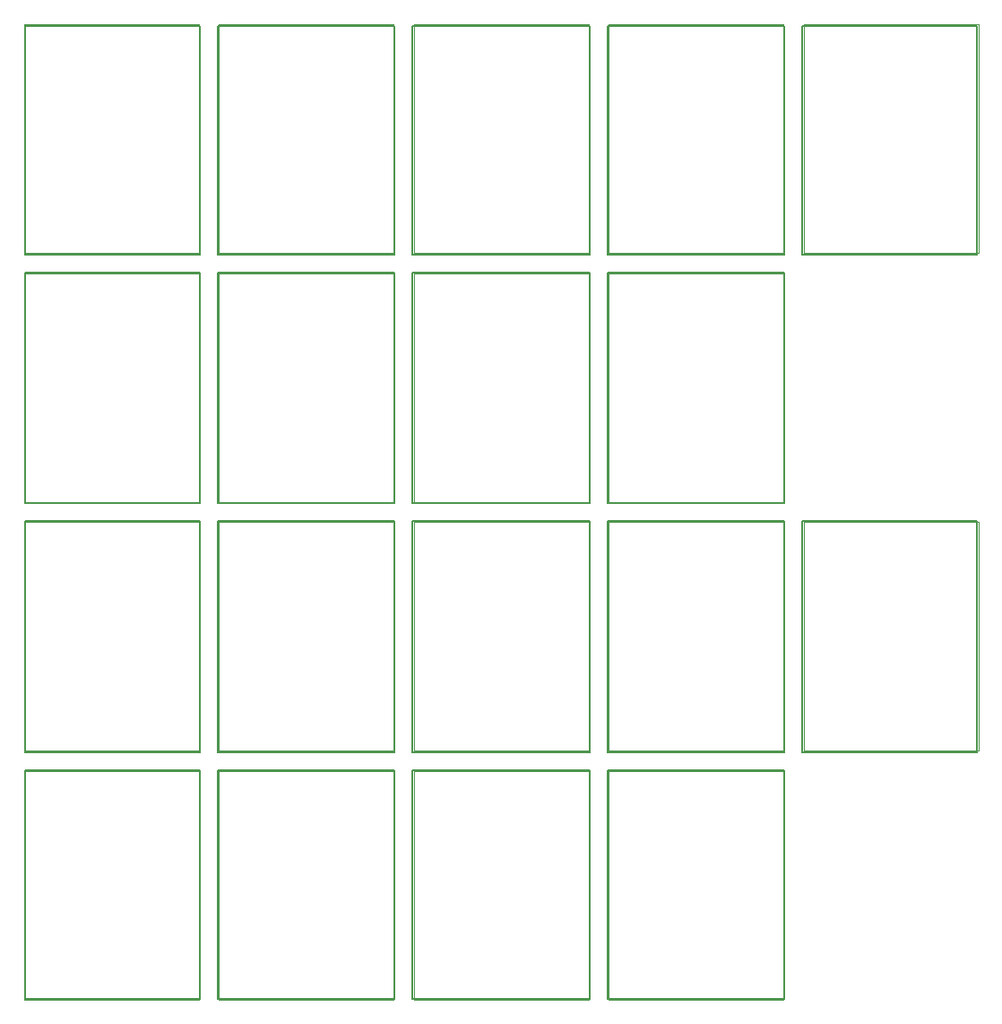
<source format=gbo>
G75*
G70*
%OFA0B0*%
%FSLAX25Y25*%
%IPPOS*%
%LPD*%
%AMOC8*
5,1,8,0,0,1.08239X$1,22.5*
%
%ADD15C,0.00800*%
%ADD17C,0.00000*%
X0010000Y0010000D02*
G75*
%LPD*%
D17*
X0010000Y0010000D02*
X0010000Y0095000D01*
X0075000Y0095000D01*
X0075000Y0010000D01*
X0010000Y0010000D01*
D15*
X0010400Y0010400D02*
X0010400Y0095400D01*
X0010400Y0095400D02*
X0075400Y0095400D01*
X0075400Y0010400D01*
X0010400Y0010400D01*
X0082500Y0010000D02*
G75*
%LPD*%
D17*
X0082500Y0010000D02*
X0082500Y0095000D01*
X0147500Y0095000D01*
X0147500Y0010000D01*
X0082500Y0010000D01*
D15*
X0082100Y0010400D02*
X0082100Y0095400D01*
X0147900Y0095400D01*
X0147900Y0010400D01*
X0082100Y0010400D01*
X0155000Y0010000D02*
G75*
%LPD*%
D17*
X0155000Y0010000D02*
X0155000Y0095000D01*
X0220000Y0095000D01*
X0220000Y0010000D01*
X0155000Y0010000D01*
D15*
X0154600Y0010400D02*
X0154600Y0095400D01*
X0220400Y0095400D01*
X0220400Y0010400D01*
X0154600Y0010400D01*
X0227500Y0010000D02*
G75*
%LPD*%
D17*
X0227500Y0010000D02*
X0227500Y0095000D01*
X0292500Y0095000D01*
X0292500Y0010000D01*
X0227500Y0010000D01*
D15*
X0227100Y0010400D02*
X0227100Y0095400D01*
X0292900Y0095400D01*
X0292900Y0010400D01*
X0227100Y0010400D01*
X0010000Y0102500D02*
G75*
%LPD*%
D17*
X0010000Y0102500D02*
X0010000Y0187500D01*
X0075000Y0187500D01*
X0075000Y0102500D01*
X0010000Y0102500D01*
D15*
X0010400Y0102100D02*
X0010400Y0187900D01*
X0010400Y0187900D02*
X0075400Y0187900D01*
X0075400Y0102100D01*
X0010400Y0102100D01*
X0082500Y0102500D02*
G75*
%LPD*%
D17*
X0082500Y0102500D02*
X0082500Y0187500D01*
X0147500Y0187500D01*
X0147500Y0102500D01*
X0082500Y0102500D01*
D15*
X0082100Y0102100D02*
X0082100Y0187900D01*
X0147900Y0187900D01*
X0147900Y0102100D01*
X0082100Y0102100D01*
X0155000Y0102500D02*
G75*
%LPD*%
D17*
X0155000Y0102500D02*
X0155000Y0187500D01*
X0220000Y0187500D01*
X0220000Y0102500D01*
X0155000Y0102500D01*
D15*
X0154600Y0102100D02*
X0154600Y0187900D01*
X0220400Y0187900D01*
X0220400Y0102100D01*
X0154600Y0102100D01*
X0227500Y0102500D02*
G75*
%LPD*%
D17*
X0227500Y0102500D02*
X0227500Y0187500D01*
X0292500Y0187500D01*
X0292500Y0102500D01*
X0227500Y0102500D01*
D15*
X0227100Y0102100D02*
X0227100Y0187900D01*
X0292900Y0187900D01*
X0292900Y0102100D01*
X0227100Y0102100D01*
X0300000Y0102500D02*
G75*
%LPD*%
D17*
X0300000Y0102500D02*
X0300000Y0187500D01*
X0365000Y0187500D01*
X0365000Y0102500D01*
X0300000Y0102500D01*
D15*
X0299600Y0102100D02*
X0299600Y0187900D01*
X0364600Y0187900D01*
X0364600Y0102100D01*
X0364600Y0102100D02*
X0299600Y0102100D01*
X0010000Y0195000D02*
G75*
%LPD*%
D17*
X0010000Y0195000D02*
X0010000Y0280000D01*
X0075000Y0280000D01*
X0075000Y0195000D01*
X0010000Y0195000D01*
D15*
X0010400Y0194600D02*
X0010400Y0280400D01*
X0010400Y0280400D02*
X0075400Y0280400D01*
X0075400Y0194600D01*
X0010400Y0194600D01*
X0082500Y0195000D02*
G75*
%LPD*%
D17*
X0082500Y0195000D02*
X0082500Y0280000D01*
X0147500Y0280000D01*
X0147500Y0195000D01*
X0082500Y0195000D01*
D15*
X0082100Y0194600D02*
X0082100Y0280400D01*
X0147900Y0280400D01*
X0147900Y0194600D01*
X0082100Y0194600D01*
X0155000Y0195000D02*
G75*
%LPD*%
D17*
X0155000Y0195000D02*
X0155000Y0280000D01*
X0220000Y0280000D01*
X0220000Y0195000D01*
X0155000Y0195000D01*
D15*
X0154600Y0194600D02*
X0154600Y0280400D01*
X0220400Y0280400D01*
X0220400Y0194600D01*
X0154600Y0194600D01*
X0227500Y0195000D02*
G75*
%LPD*%
D17*
X0227500Y0195000D02*
X0227500Y0280000D01*
X0292500Y0280000D01*
X0292500Y0195000D01*
X0227500Y0195000D01*
D15*
X0227100Y0194600D02*
X0227100Y0280400D01*
X0292900Y0280400D01*
X0292900Y0194600D01*
X0227100Y0194600D01*
X0010000Y0287500D02*
G75*
%LPD*%
D17*
X0010000Y0287500D02*
X0010000Y0372500D01*
X0075000Y0372500D01*
X0075000Y0287500D01*
X0010000Y0287500D01*
D15*
X0010400Y0287100D02*
X0010400Y0372100D01*
X0010400Y0372100D02*
X0075400Y0372100D01*
X0075400Y0372100D02*
X0075400Y0287100D01*
X0010400Y0287100D01*
X0082500Y0287500D02*
G75*
%LPD*%
D17*
X0082500Y0287500D02*
X0082500Y0372500D01*
X0147500Y0372500D01*
X0147500Y0287500D01*
X0082500Y0287500D01*
D15*
X0082100Y0287100D02*
X0082100Y0372100D01*
X0147900Y0372100D01*
X0147900Y0372100D02*
X0147900Y0287100D01*
X0082100Y0287100D01*
X0155000Y0287500D02*
G75*
%LPD*%
D17*
X0155000Y0287500D02*
X0155000Y0372500D01*
X0220000Y0372500D01*
X0220000Y0287500D01*
X0155000Y0287500D01*
D15*
X0154600Y0287100D02*
X0154600Y0372100D01*
X0220400Y0372100D01*
X0220400Y0372100D02*
X0220400Y0287100D01*
X0154600Y0287100D01*
X0227500Y0287500D02*
G75*
%LPD*%
D17*
X0227500Y0287500D02*
X0227500Y0372500D01*
X0292500Y0372500D01*
X0292500Y0287500D01*
X0227500Y0287500D01*
D15*
X0227100Y0287100D02*
X0227100Y0372100D01*
X0292900Y0372100D01*
X0292900Y0372100D02*
X0292900Y0287100D01*
X0227100Y0287100D01*
X0300000Y0287500D02*
G75*
%LPD*%
D17*
X0300000Y0287500D02*
X0300000Y0372500D01*
X0365000Y0372500D01*
X0365000Y0287500D01*
X0300000Y0287500D01*
D15*
X0299600Y0287100D02*
X0299600Y0372100D01*
X0364600Y0372100D01*
X0364600Y0372100D02*
X0364600Y0287100D01*
X0364600Y0287100D02*
X0299600Y0287100D01*
M02*

</source>
